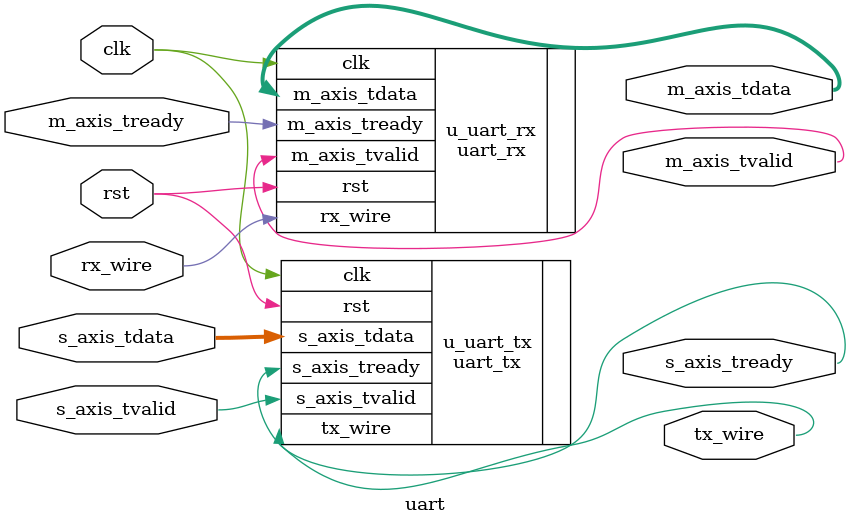
<source format=sv>
/*
*   ÎÄ¼þÃû  £ºuart.sv
*   Ä£¿éÃû  £ºuart
*   ×÷Õß    £ºWill Chen
*   ÈÕÆÚ    £º
*           -- 2024.10.27   Íê³É´úÂëÉè¼Æ£¬Î´·ÂÕæÓëÏÂ°åÑéÖ¤
*           -- 2024.10.28   Íê³É´®¿Ú»Ø»·µÄ·ÂÕæÑéÖ¤
*           -- 2024.11.5    Íê³Éuart»Ø»·ÑéÖ¤£ºÔÚ²¨ÌØÂÊ1000000¼°ÒÔÏÂ£¬ÎóÂëÂÊÐ¡ÓÚ10^(-5)
*
*   Ä£¿é¹¦ÄÜ £º´®¿ÚÍ¨ÐÅ£¬²¨ÌØÂÊºÍÊý¾ÝÎ»¿ÉÅäÖÃ£¬ÎÞÆæÅ¼Ð£Ñé
*   
*   Ä£¿é²ÎÊý £º
*           --  CLK_FREQ        £º Êµ¼ÊÌá¹©¸ø´®¿ÚÄ£¿éµÄÊ±ÖÓÆµÂÊ
*           --  BAUD_RATE       £º ²¨ÌØÂÊ
*           --  DATA_WIDTH      £º Êý¾ÝÎ»¿í 
*   
*   Ä£¿é½Ó¿Ú £º²ÉÓÃaxi streamÐ­Òé
*
*/
module uart #(
    parameter CLK_FREQ      = 50_000_000    ,
    parameter BAUD_RATE     = 9600          ,
    parameter DATA_WIDTH    = 8                 
)(
    input   logic                   clk             ,
    input   logic                   rst             ,
    input   logic [DATA_WIDTH-1:0]  s_axis_tdata    ,
    input   logic                   s_axis_tvalid   ,
    output  logic                   s_axis_tready   ,
    output  logic [DATA_WIDTH-1:0]  m_axis_tdata    ,
    output  logic                   m_axis_tvalid   ,
    input   logic                   m_axis_tready   ,
    input   logic                   rx_wire         ,
    output  logic                   tx_wire         
);

    uart_rx #(
        .CLK_FREQ      (CLK_FREQ  ),
        .BAUD_RATE     (BAUD_RATE ),
        .DATA_WIDTH    (DATA_WIDTH)    
    )u_uart_rx(
        .clk             ,
        .rst             ,
        .m_axis_tdata    ,
        .m_axis_tvalid   ,
        .m_axis_tready   ,
        .rx_wire         
    );

    uart_tx #(
        .CLK_FREQ      (CLK_FREQ  ),
        .BAUD_RATE     (BAUD_RATE ),
        .DATA_WIDTH    (DATA_WIDTH)    
    )u_uart_tx(
        .clk             ,
        .rst             ,
        .s_axis_tdata    ,
        .s_axis_tvalid   ,
        .s_axis_tready   ,
        .tx_wire         
    );

endmodule

</source>
